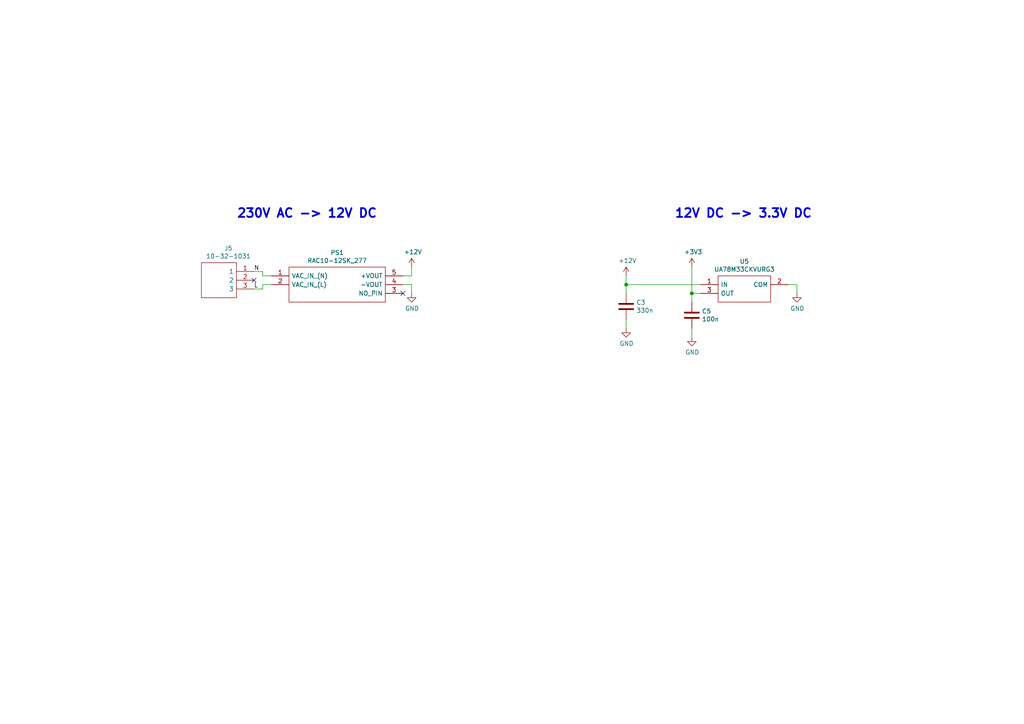
<source format=kicad_sch>
(kicad_sch (version 20211123) (generator eeschema)
  (paper "A4")
  (title_block (title "PRS Power") (date "2023-02-20") (rev "1.0") (company "Deeply Embedded OÜ") (comment 1 "Designed by: Priit Tänav"))
  (lib_symbols
    (symbol "10-32-1031:10-32-1031" (pin_names (offset 0.762))
      (property "Reference" "J" (at 16.51 7.62 0))
      (property "Value" "10-32-1031" (at 16.51 5.08 0))
      (symbol "10-32-1031_0_0"
        (pin passive line (at 0 0 0) (length 5.08) (name "1") (number "1"))
        (pin passive line (at 0 -2.54 0) (length 5.08) (name "2") (number "2"))
        (pin passive line (at 0 -5.08 0) (length 5.08) (name "3") (number "3"))
      )
      (symbol "10-32-1031_0_1"
        (polyline (pts (xy 5.08 2.54) (xy 15.24 2.54) (xy 15.24 -7.62) (xy 5.08 -7.62) (xy 5.08 2.54)) (stroke (width 0.1524)))
      )
    )
    (symbol "Device:C" (pin_numbers hide) (pin_names (offset 0.254))
      (property "Reference" "C" (at 0.635 2.54 0))
      (property "Value" "C" (at 0.635 -2.54 0))
      (symbol "C_0_1"
        (polyline (pts (xy -2.032 -0.762) (xy 2.032 -0.762)) (stroke (width 0.508)))
        (polyline (pts (xy -2.032 0.762) (xy 2.032 0.762)) (stroke (width 0.508)))
      )
      (symbol "C_1_1"
        (pin passive line (at 0 3.81 270) (length 2.794) (name "~") (number "1"))
        (pin passive line (at 0 -3.81 90) (length 2.794) (name "~") (number "2"))
      )
    )
    (symbol "PRS_relay_board-rescue:+3.3V-power" (power) (pin_names (offset 0))
      (property "Value" "+3.3V-power" (at 0 3.556 0))
      (symbol "+3.3V-power_0_1"
        (polyline (pts (xy -0.762 1.27) (xy 0 2.54)))
        (polyline (pts (xy 0 0) (xy 0 2.54)))
        (polyline (pts (xy 0 2.54) (xy 0.762 1.27)))
      )
      (symbol "+3.3V-power_1_1"
        (pin power_in line (at 0 0 90) (length 0) hide (name "+3V3") (number "1"))
      )
    )
    (symbol "RAC10-12SK_277:RAC10-12SK_277" (pin_names (offset 0.762))
      (property "Reference" "PS" (at 34.29 7.62 0))
      (property "Value" "RAC10-12SK_277" (at 34.29 5.08 0))
      (symbol "RAC10-12SK_277_0_0"
        (pin passive line (at 0 0 0) (length 5.08) (name "VAC_IN_(N)") (number "1"))
        (pin passive line (at 0 -2.54 0) (length 5.08) (name "VAC_IN_(L)") (number "2"))
        (pin passive line (at 38.1 -5.08 180) (length 5.08) (name "NO_PIN") (number "3"))
        (pin passive line (at 38.1 -2.54 180) (length 5.08) (name "-VOUT") (number "4"))
        (pin passive line (at 38.1 0 180) (length 5.08) (name "+VOUT") (number "5"))
      )
      (symbol "RAC10-12SK_277_0_1"
        (polyline (pts (xy 5.08 2.54) (xy 33.02 2.54) (xy 33.02 -7.62) (xy 5.08 -7.62) (xy 5.08 2.54)) (stroke (width 0.1524)))
      )
    )
    (symbol "UA78M33CKVURG3:UA78M33CKVURG3" (pin_names (offset 0.762))
      (property "Reference" "IC" (at 21.59 7.62 0))
      (property "Value" "UA78M33CKVURG3" (at 21.59 5.08 0))
      (symbol "UA78M33CKVURG3_0_0"
        (pin passive line (at 0 0 0) (length 5.08) (name "IN") (number "1"))
        (pin passive line (at 25.4 0 180) (length 5.08) (name "COM") (number "2"))
        (pin passive line (at 0 -2.54 0) (length 5.08) (name "OUT") (number "3"))
      )
      (symbol "UA78M33CKVURG3_0_1"
        (polyline (pts (xy 5.08 2.54) (xy 20.32 2.54) (xy 20.32 -5.08) (xy 5.08 -5.08) (xy 5.08 2.54)) (stroke (width 0.1524)))
      )
    )
    (symbol "power:+12V" (power) (pin_names (offset 0))
      (property "Value" "+12V" (at 0 3.556 0))
      (symbol "+12V_0_1"
        (polyline (pts (xy -0.762 1.27) (xy 0 2.54)))
        (polyline (pts (xy 0 0) (xy 0 2.54)))
        (polyline (pts (xy 0 2.54) (xy 0.762 1.27)))
      )
      (symbol "+12V_1_1"
        (pin power_in line (at 0 0 90) (length 0) hide (name "+12V") (number "1"))
      )
    )
    (symbol "power:GND" (power) (pin_names (offset 0))
      (property "Value" "GND" (at 0 -3.81 0))
      (symbol "GND_0_1"
        (polyline (pts (xy 0 0) (xy 0 -1.27) (xy 1.27 -1.27) (xy 0 -2.54) (xy -1.27 -1.27) (xy 0 -1.27)))
      )
      (symbol "GND_1_1"
        (pin power_in line (at 0 0 270) (length 0) hide (name "GND") (number "1"))
      )
    )
  )
  (junction (at 200.66 85.09))
  (junction (at 181.61 82.55))
  (no_connect (at 73.66 81.28))
  (no_connect (at 116.84 85.09))
  (wire (pts (xy 200.66 97.79) (xy 200.66 95.25)))
  (wire (pts (xy 181.61 95.25) (xy 181.61 92.71)))
  (wire (pts (xy 181.61 82.55) (xy 181.61 80.01)))
  (wire (pts (xy 76.2 80.01) (xy 76.2 78.74)))
  (wire (pts (xy 78.74 80.01) (xy 76.2 80.01)))
  (wire (pts (xy 76.2 82.55) (xy 76.2 83.82)))
  (wire (pts (xy 76.2 83.82) (xy 73.66 83.82)))
  (wire (pts (xy 203.2 85.09) (xy 200.66 85.09)))
  (wire (pts (xy 181.61 85.09) (xy 181.61 82.55)))
  (wire (pts (xy 231.14 85.09) (xy 231.14 82.55)))
  (wire (pts (xy 181.61 82.55) (xy 203.2 82.55)))
  (wire (pts (xy 228.6 82.55) (xy 231.14 82.55)))
  (wire (pts (xy 76.2 78.74) (xy 73.66 78.74)))
  (wire (pts (xy 116.84 82.55) (xy 119.38 82.55)))
  (wire (pts (xy 119.38 80.01) (xy 119.38 77.47)))
  (wire (pts (xy 200.66 87.63) (xy 200.66 85.09)))
  (wire (pts (xy 200.66 85.09) (xy 200.66 77.47)))
  (wire (pts (xy 76.2 82.55) (xy 78.74 82.55)))
  (wire (pts (xy 119.38 82.55) (xy 119.38 85.09)))
  (wire (pts (xy 116.84 80.01) (xy 119.38 80.01)))
  (text "12V DC -> 3.3V DC" (at 195.58 63.5 0) (effects (font (size 2.54 2.54) (thickness 0.508) bold) (justify left bottom)))
  (text "230V AC -> 12V DC" (at 68.58 63.5 0) (effects (font (size 2.54 2.54) (thickness 0.508) bold) (justify left bottom)))
  (label "L" (at 73.66 83.82 0))
  (label "N" (at 73.66 78.74 0))
  (symbol (lib_id "power:GND") (at 119.38 85.09 0) (unit 1)
    (property "Reference" "#PWR014" (effects hide))
    (property "Value" "GND" (at 119.507 89.4842 0))
  )
  (symbol (lib_id "power:+12V") (at 119.38 77.47 0) (unit 1)
    (property "Reference" "#PWR09" (effects hide))
    (property "Value" "+12V" (at 119.761 73.0758 0))
  )
  (symbol (lib_id "RAC10-12SK_277:RAC10-12SK_277") (at 78.74 80.01 0) (unit 1)
    (property "Reference" "PS1" (at 97.79 73.279 0))
    (property "Value" "RAC10-12SK_277" (at 97.79 75.5904 0))
    (property "Footprint" "RAC10-12SK_277:RAC10-12SK_277" (effects hide))
    (property "Datasheet" "https://componentsearchengine.com/Datasheets/2/RAC10-12SK_277.pdf" (effects hide))
    (property "Description" "RECOM POWER - RAC10-12SK/277 - AC/DC PCB Mount Power Supply (PSU), ITE & Household, 1 Output, 10 W, 12 V, 840 mA" (effects hide))
    (property "Height" "23.5" (effects hide))
    (property "Manufacturer_Name" "RECOM Power" (effects hide))
    (property "Manufacturer_Part_Number" "RAC10-12SK/277" (effects hide))
    (property "Mouser Part Number" "919-RAC10-12SK/277" (effects hide))
    (property "Mouser Price/Stock" "https://www.mouser.co.uk/ProductDetail/RECOM-Power/RAC10-12SK-277?qs=j%252B1pi9TdxUYCQB%252BluDbyIg%3D%3D" (effects hide))
    (property "Arrow Part Number" "RAC10-12SK/277" (effects hide))
    (property "Arrow Price/Stock" "https://www.arrow.com/en/products/rac10-12sk277/recom-power" (effects hide))
  )
  (symbol (lib_id "10-32-1031:10-32-1031") (at 73.66 78.74 0) (mirror y) (unit 1)
    (property "Reference" "J5" (at 66.2432 72.009 0))
    (property "Value" "10-32-1031" (at 66.2432 74.3204 0))
    (property "Footprint" "10-32-1031:SHDR3W114P0X508_1X3_1416X1140X1425P" (effects hide))
    (property "Datasheet" "http://www.molex.com/webdocs/datasheets/pdf/en-us//0010321031_PCB_HEADERS.pdf" (effects hide))
    (property "Description" "Molex SPOX 5281, 5.08mm Pitch, 3 Way, 1 Row, Straight PCB Header, Through Hole" (effects hide))
    (property "Height" "14.25" (effects hide))
    (property "Manufacturer_Name" "Molex" (effects hide))
    (property "Manufacturer_Part_Number" "10-32-1031" (effects hide))
    (property "Mouser Part Number" "538-10-32-1031" (effects hide))
    (property "Mouser Price/Stock" "https://www.mouser.co.uk/ProductDetail/Molex/10-32-1031/?qs=AplfTeSvkkDTbQixpihfsw%3D%3D" (effects hide))
  )
  (symbol (lib_id "Device:C") (at 181.61 88.9 0) (unit 1)
    (property "Reference" "C3" (at 184.531 87.7316 0) (effects (justify left)))
    (property "Value" "330n" (at 184.531 90.043 0) (effects (justify left)))
    (property "Footprint" "Capacitor_SMD:C_0603_1608Metric_Pad1.08x0.95mm_HandSolder" (effects hide))
    (property "Description" "CAP CER 330n 10% X7R 25V 0603" (effects hide))
  )
  (symbol (lib_id "Device:C") (at 200.66 91.44 0) (unit 1)
    (property "Reference" "C5" (at 203.581 90.2716 0) (effects (justify left)))
    (property "Value" "100n" (at 203.581 92.583 0) (effects (justify left)))
    (property "Footprint" "Capacitor_SMD:C_0603_1608Metric_Pad1.08x0.95mm_HandSolder" (effects hide))
    (property "Description" "CAP CER 100n 10% X7R 16V 0603" (effects hide))
  )
  (symbol (lib_id "power:GND") (at 231.14 85.09 0) (unit 1)
    (property "Reference" "#PWR038" (effects hide))
    (property "Value" "GND" (at 231.267 89.4842 0))
  )
  (symbol (lib_id "power:GND") (at 181.61 95.25 0) (unit 1)
    (property "Reference" "#PWR027" (effects hide))
    (property "Value" "GND" (at 181.737 99.6442 0))
  )
  (symbol (lib_id "power:GND") (at 200.66 97.79 0) (unit 1)
    (property "Reference" "#PWR033" (effects hide))
    (property "Value" "GND" (at 200.787 102.1842 0))
  )
  (symbol (lib_id "PRS_relay_board-rescue:+3.3V-power") (at 200.66 77.47 0) (unit 1)
    (property "Reference" "#PWR031" (effects hide))
    (property "Value" "+3.3V" (at 201.041 73.0758 0))
  )
  (symbol (lib_id "UA78M33CKVURG3:UA78M33CKVURG3") (at 203.2 82.55 0) (unit 1)
    (property "Reference" "U5" (at 215.9 75.819 0))
    (property "Value" "UA78M33CKVURG3" (at 215.9 78.1304 0))
    (property "Footprint" "UA78M33CKVURG3:TPS7A6533QKVURQ1" (effects hide))
    (property "Datasheet" "https://www.ti.com/lit/gpn/ua78m?HQS=ti-null-null-sf-df-pf-sep-wwe&DCM=yes" (effects hide))
    (property "Description" "Linear Voltage Regulators 3.3 V 500mA Fix Pos Voltage Regulator" (effects hide))
    (property "Height" "2.52" (effects hide))
    (property "Manufacturer_Name" "Texas Instruments" (effects hide))
    (property "Manufacturer_Part_Number" "UA78M33CKVURG3" (effects hide))
    (property "Mouser Part Number" "595-UA78M33CKVURG3" (effects hide))
    (property "Mouser Price/Stock" "https://www.mouser.co.uk/ProductDetail/Texas-Instruments/UA78M33CKVURG3?qs=0O%2FZFlpUpJXrDg4gfD1Q2g%3D%3D" (effects hide))
    (property "Arrow Part Number" "UA78M33CKVURG3" (effects hide))
    (property "Arrow Price/Stock" "https://www.arrow.com/en/products/ua78m33ckvurg3/texas-instruments" (effects hide))
  )
  (symbol (lib_id "power:+12V") (at 181.61 80.01 0) (unit 1)
    (property "Reference" "#PWR026" (effects hide))
    (property "Value" "+12V" (at 181.991 75.6158 0))
  )
)
</source>
